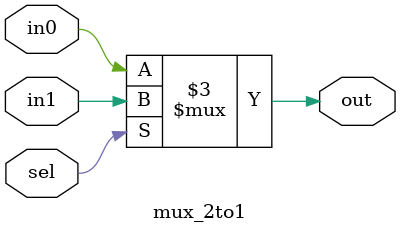
<source format=sv>
`timescale 1ns / 1ps


module mux_2to1(
    output logic out,

    input wire sel,
    input wire in0,
    input wire in1
    );

    always_comb begin : mux
        if(sel) out= in1;
        else out= in0;
    end

endmodule: mux_2to1

</source>
